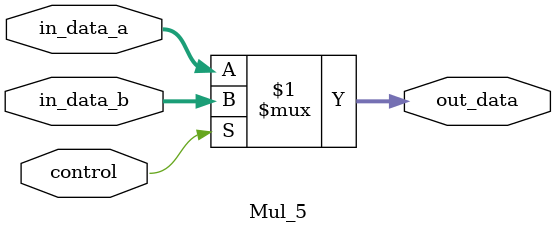
<source format=v>
`timescale 1ns / 1ps


module Mul_5(
input control,
input [4:0] in_data_a,
input [4:0] in_data_b,
output [4:0] out_data
    );
assign out_data=control? in_data_b : in_data_a;
endmodule

</source>
